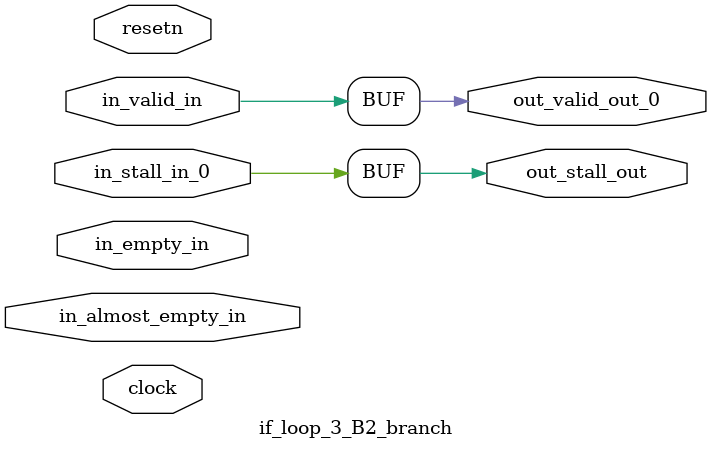
<source format=sv>



(* altera_attribute = "-name AUTO_SHIFT_REGISTER_RECOGNITION OFF; -name MESSAGE_DISABLE 10036; -name MESSAGE_DISABLE 10037; -name MESSAGE_DISABLE 14130; -name MESSAGE_DISABLE 14320; -name MESSAGE_DISABLE 15400; -name MESSAGE_DISABLE 14130; -name MESSAGE_DISABLE 10036; -name MESSAGE_DISABLE 12020; -name MESSAGE_DISABLE 12030; -name MESSAGE_DISABLE 12010; -name MESSAGE_DISABLE 12110; -name MESSAGE_DISABLE 14320; -name MESSAGE_DISABLE 13410; -name MESSAGE_DISABLE 113007; -name MESSAGE_DISABLE 10958" *)
module if_loop_3_B2_branch (
    input wire [0:0] in_almost_empty_in,
    input wire [0:0] in_empty_in,
    input wire [0:0] in_stall_in_0,
    input wire [0:0] in_valid_in,
    output wire [0:0] out_stall_out,
    output wire [0:0] out_valid_out_0,
    input wire clock,
    input wire resetn
    );

    reg [0:0] rst_sync_rst_sclrn;


    // out_stall_out(GPOUT,6)
    assign out_stall_out = in_stall_in_0;

    // out_valid_out_0(GPOUT,7)
    assign out_valid_out_0 = in_valid_in;

    // rst_sync(RESETSYNC,8)
    acl_reset_handler #(
        .ASYNC_RESET(0),
        .USE_SYNCHRONIZER(1),
        .PULSE_EXTENSION(0),
        .PIPE_DEPTH(3),
        .DUPLICATE(1)
    ) therst_sync (
        .clk(clock),
        .i_resetn(resetn),
        .o_sclrn(rst_sync_rst_sclrn)
    );

endmodule

</source>
